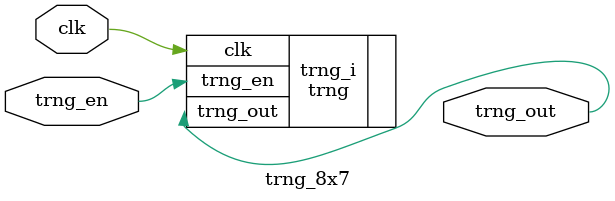
<source format=sv>


`default_nettype none

module trng_8x7 (
    input  clk,     // Sampling clock
    input  trng_en, // Enable all ring oscillators
    output trng_out // Output of the trng
);

    localparam NUM_OSCILLATORS = 8;
    localparam NUM_INVERTER = 7;

    trng #(
        .NUM_INVERTER       (NUM_INVERTER),
        .NUM_OSCILLATORS    (NUM_OSCILLATORS)
    ) trng_i (
        .clk        (clk),
        .trng_en    (trng_en),
        .trng_out   (trng_out)
    );

endmodule

</source>
